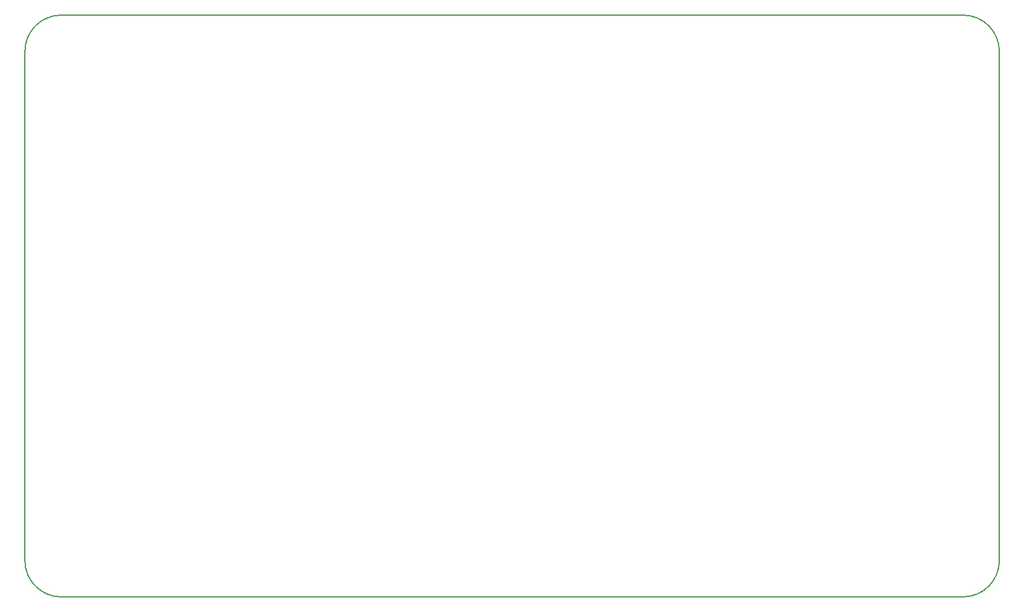
<source format=gbr>
%TF.GenerationSoftware,KiCad,Pcbnew,7.0.8*%
%TF.CreationDate,2023-10-16T15:40:52-04:00*%
%TF.ProjectId,jml-8-mini,6a6d6c2d-382d-46d6-996e-692e6b696361,rev?*%
%TF.SameCoordinates,Original*%
%TF.FileFunction,Profile,NP*%
%FSLAX46Y46*%
G04 Gerber Fmt 4.6, Leading zero omitted, Abs format (unit mm)*
G04 Created by KiCad (PCBNEW 7.0.8) date 2023-10-16 15:40:52*
%MOMM*%
%LPD*%
G01*
G04 APERTURE LIST*
%TA.AperFunction,Profile*%
%ADD10C,0.150000*%
%TD*%
G04 APERTURE END LIST*
D10*
X215138000Y-131572000D02*
G75*
G03*
X220218000Y-126492000I0J5080000D01*
G01*
X88900000Y-50038000D02*
G75*
G03*
X83820000Y-55118000I0J-5080000D01*
G01*
X220218000Y-55118000D02*
X220218000Y-126492000D01*
X215138000Y-131572000D02*
X88900000Y-131572000D01*
X83820000Y-126492000D02*
X83820000Y-55118000D01*
X220218000Y-55118000D02*
G75*
G03*
X215138000Y-50038000I-5080000J0D01*
G01*
X83820000Y-126492000D02*
G75*
G03*
X88900000Y-131572000I5080000J0D01*
G01*
X215138000Y-50038000D02*
X88900000Y-50038000D01*
M02*

</source>
